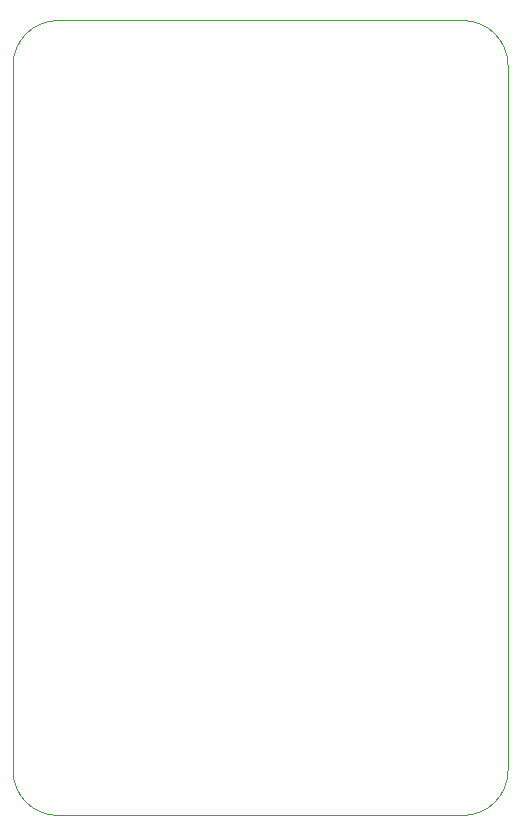
<source format=gbr>
%TF.GenerationSoftware,KiCad,Pcbnew,(6.0.10-0)*%
%TF.CreationDate,2023-01-25T15:44:30+01:00*%
%TF.ProjectId,cozy-extrude,636f7a79-2d65-4787-9472-7564652e6b69,rev?*%
%TF.SameCoordinates,Original*%
%TF.FileFunction,Profile,NP*%
%FSLAX46Y46*%
G04 Gerber Fmt 4.6, Leading zero omitted, Abs format (unit mm)*
G04 Created by KiCad (PCBNEW (6.0.10-0)) date 2023-01-25 15:44:30*
%MOMM*%
%LPD*%
G01*
G04 APERTURE LIST*
%TA.AperFunction,Profile*%
%ADD10C,0.100000*%
%TD*%
G04 APERTURE END LIST*
D10*
X740000Y-4395923D02*
X740000Y-64085923D01*
X38840000Y-585923D02*
X4550000Y-585923D01*
X42650000Y-64085923D02*
X42650000Y-4395923D01*
X4550000Y-67895923D02*
X38840000Y-67895923D01*
X38840000Y-67895923D02*
G75*
G03*
X42650000Y-64085923I0J3810000D01*
G01*
X740000Y-64085923D02*
G75*
G03*
X4550000Y-67895923I3810000J0D01*
G01*
X4550000Y-585923D02*
G75*
G03*
X740000Y-4395923I0J-3810000D01*
G01*
X42650000Y-4395923D02*
G75*
G03*
X38840000Y-585923I-3810000J0D01*
G01*
M02*

</source>
